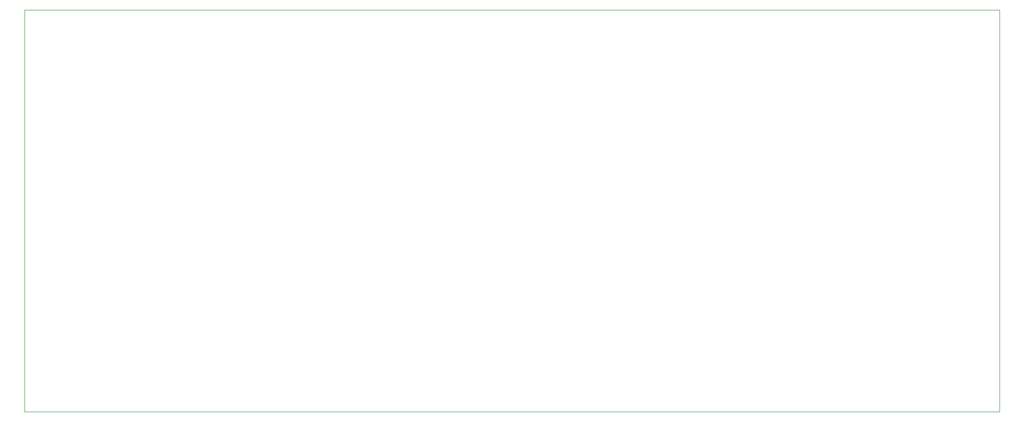
<source format=gbr>
G04 #@! TF.GenerationSoftware,KiCad,Pcbnew,5.1.5-52549c5~84~ubuntu18.04.1*
G04 #@! TF.CreationDate,2020-04-22T17:53:27-07:00*
G04 #@! TF.ProjectId,register_16bit,72656769-7374-4657-925f-31366269742e,rev?*
G04 #@! TF.SameCoordinates,Original*
G04 #@! TF.FileFunction,Profile,NP*
%FSLAX46Y46*%
G04 Gerber Fmt 4.6, Leading zero omitted, Abs format (unit mm)*
G04 Created by KiCad (PCBNEW 5.1.5-52549c5~84~ubuntu18.04.1) date 2020-04-22 17:53:27*
%MOMM*%
%LPD*%
G04 APERTURE LIST*
%ADD10C,0.050000*%
G04 APERTURE END LIST*
D10*
X66040000Y-133350000D02*
X66040000Y-60960000D01*
X241300000Y-133350000D02*
X66040000Y-133350000D01*
X241300000Y-60960000D02*
X241300000Y-133350000D01*
X66040000Y-60960000D02*
X241300000Y-60960000D01*
M02*

</source>
